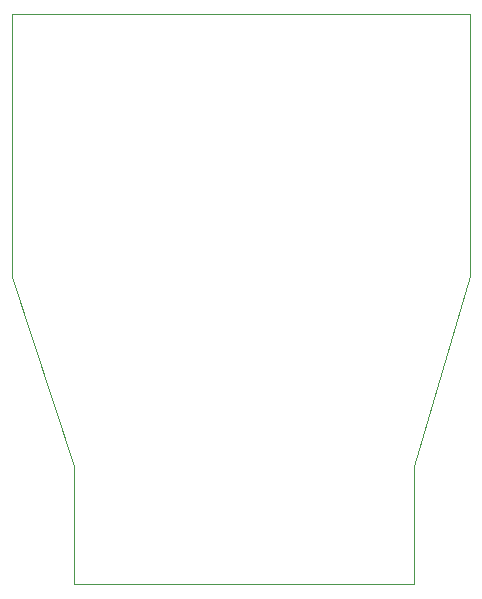
<source format=gm1>
G04 #@! TF.GenerationSoftware,KiCad,Pcbnew,7.0.1*
G04 #@! TF.CreationDate,2023-03-18T02:10:12+02:00*
G04 #@! TF.ProjectId,probe-pcb,70726f62-652d-4706-9362-2e6b69636164,rev?*
G04 #@! TF.SameCoordinates,Original*
G04 #@! TF.FileFunction,Profile,NP*
%FSLAX46Y46*%
G04 Gerber Fmt 4.6, Leading zero omitted, Abs format (unit mm)*
G04 Created by KiCad (PCBNEW 7.0.1) date 2023-03-18 02:10:12*
%MOMM*%
%LPD*%
G01*
G04 APERTURE LIST*
G04 #@! TA.AperFunction,Profile*
%ADD10C,0.100000*%
G04 #@! TD*
G04 APERTURE END LIST*
D10*
X99250000Y-102500000D02*
X128000000Y-102500000D01*
X99250000Y-92500000D02*
X99250000Y-102500000D01*
X128000000Y-102500000D02*
X128000000Y-92500000D01*
X132750000Y-76450000D02*
X132750000Y-54250000D01*
X94000000Y-54250000D02*
X94000000Y-76500000D01*
X132750000Y-54250000D02*
X94000000Y-54250000D01*
X128000000Y-92500000D02*
X132750000Y-76450000D01*
X94000000Y-76500000D02*
X99250000Y-92500000D01*
M02*

</source>
